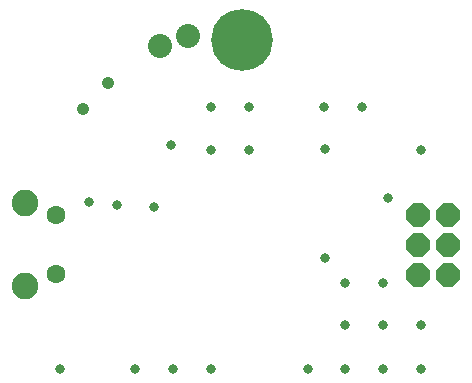
<source format=gbs>
G75*
%MOIN*%
%OFA0B0*%
%FSLAX25Y25*%
%IPPOS*%
%LPD*%
%AMOC8*
5,1,8,0,0,1.08239X$1,22.5*
%
%ADD10C,0.20600*%
%ADD11C,0.08000*%
%ADD12C,0.06309*%
%ADD13C,0.08868*%
%ADD14OC8,0.08000*%
%ADD15C,0.04143*%
%ADD16C,0.03300*%
D10*
X0084884Y0163568D03*
D11*
X0066950Y0164742D03*
X0057559Y0161306D03*
D12*
X0023194Y0105144D03*
X0023194Y0085459D03*
D13*
X0012605Y0081524D03*
X0012559Y0109096D03*
D14*
X0143725Y0104976D03*
X0153725Y0104976D03*
X0153725Y0094976D03*
X0143725Y0094976D03*
X0143725Y0084976D03*
X0153725Y0084976D03*
D15*
X0040292Y0148938D03*
X0031940Y0140586D03*
D16*
X0024241Y0053790D03*
X0049438Y0053790D03*
X0062036Y0053790D03*
X0074635Y0053790D03*
X0106918Y0053790D03*
X0119517Y0053790D03*
X0132115Y0053790D03*
X0144713Y0053790D03*
X0144713Y0068357D03*
X0132115Y0068357D03*
X0132115Y0082530D03*
X0119517Y0082530D03*
X0112824Y0090798D03*
X0119517Y0068357D03*
X0133690Y0110680D03*
X0144713Y0126625D03*
X0125028Y0141192D03*
X0112430Y0141192D03*
X0112824Y0127018D03*
X0087233Y0126625D03*
X0074635Y0126625D03*
X0061249Y0128593D03*
X0074635Y0141192D03*
X0087233Y0141192D03*
X0055737Y0107727D03*
X0043532Y0108514D03*
X0034083Y0109302D03*
M02*

</source>
